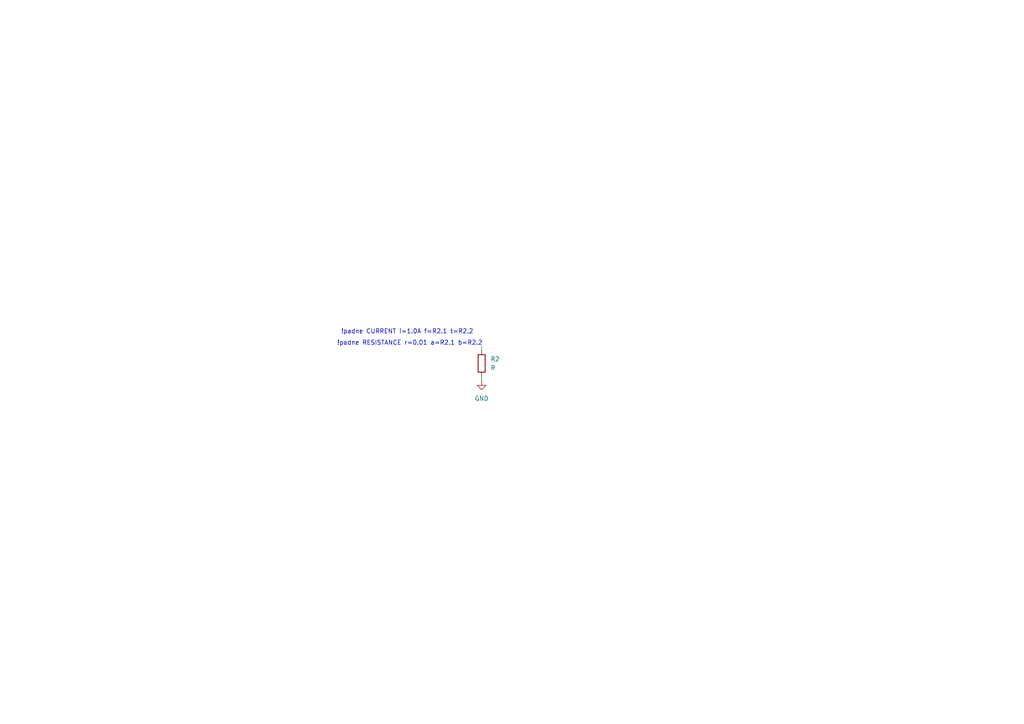
<source format=kicad_sch>
(kicad_sch (version 20231120) (generator "eeschema") (generator_version "8.0")
  (paper "A4")
  (lib_symbols
    (symbol "Device:R" (pin_numbers hide) (pin_names (offset 0))
      (property "Reference" "R" (at 2.032 0 90))
      (property "Value" "R" (at 0 0 90))
      (symbol "R_0_1"
        (rectangle (start -1.016 -2.54) (end 1.016 2.54) (stroke (width 0.254)))
      )
      (symbol "R_1_1"
        (pin passive line (at 0 3.81 270) (length 1.27) (name "~") (number "1"))
        (pin passive line (at 0 -3.81 90) (length 1.27) (name "~") (number "2"))
      )
    )
    (symbol "power:GND" (power) (pin_numbers hide) (pin_names (offset 0) hide)
      (property "Value" "GND" (at 0 -3.81 0))
      (symbol "GND_0_1"
        (polyline (pts (xy 0 0) (xy 0 -1.27) (xy 1.27 -1.27) (xy 0 -2.54) (xy -1.27 -1.27) (xy 0 -1.27)))
      )
      (symbol "GND_1_1"
        (pin power_in line (at 0 0 270) (length 0) (name "~") (number "1"))
      )
    )
  )
  (wire (pts (xy 139.7 110.49) (xy 139.7 109.22)))
  (wire (pts (xy 139.7 101.6) (xy 139.7 100.33)))
  (text "!padne CURRENT i=1.0A f=R2.1 t=R2.2" (at 118.11 96.266 0) (effects (font (size 1.27 1.27))))
  (text "!padne RESISTANCE r=0.01 a=R2.1 b=R2.2" (at 118.872 99.568 0) (effects (font (size 1.27 1.27))))
  (symbol (lib_id "Device:R") (at 139.7 105.41 0) (unit 1)
    (property "Reference" "R2" (at 142.24 104.1399 0) (effects (justify left)))
    (property "Value" "R" (at 142.24 106.6799 0) (effects (justify left)))
    (property "Footprint" "Resistor_SMD:R_0603_1608Metric" (effects (hide yes)))
    (property "Description" "Resistor" (effects (hide yes)))
  )
  (symbol (lib_id "power:GND") (at 139.7 110.49 0) (unit 1)
    (property "Reference" "#PWR01" (effects (hide yes)))
    (property "Value" "GND" (at 139.7 115.57 0))
    (property "Description" "Power symbol creates a global label with name \"GND\" , ground" (effects (hide yes)))
  )
)
</source>
